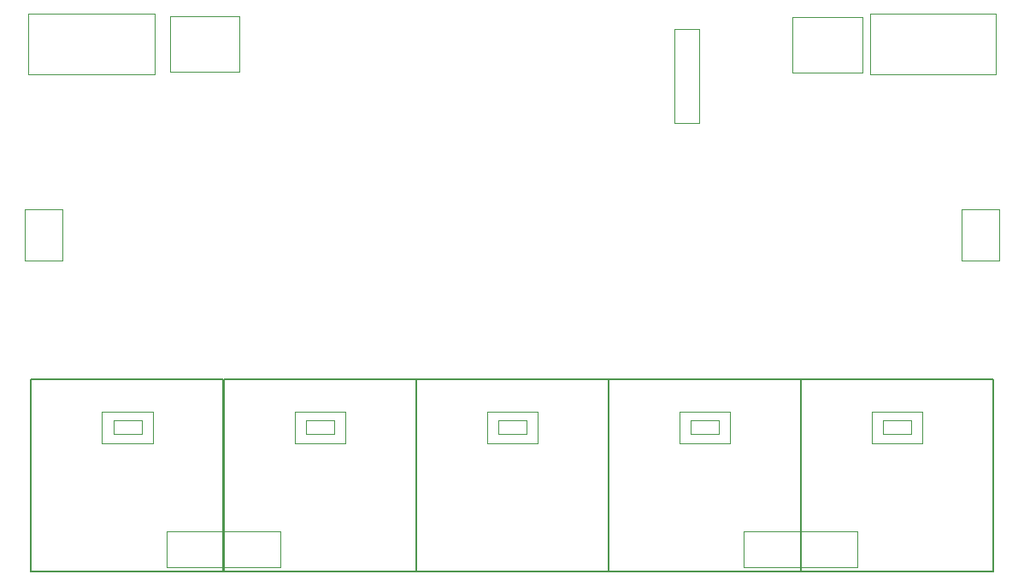
<source format=gbr>
G04 #@! TF.GenerationSoftware,KiCad,Pcbnew,(5.1.0)-1*
G04 #@! TF.CreationDate,2019-06-03T00:00:13-06:00*
G04 #@! TF.ProjectId,laser-theremin,6c617365-722d-4746-9865-72656d696e2e,rev?*
G04 #@! TF.SameCoordinates,Original*
G04 #@! TF.FileFunction,Other,User*
%FSLAX46Y46*%
G04 Gerber Fmt 4.6, Leading zero omitted, Abs format (unit mm)*
G04 Created by KiCad (PCBNEW (5.1.0)-1) date 2019-06-03 00:00:13*
%MOMM*%
%LPD*%
G04 APERTURE LIST*
%ADD10C,0.120000*%
%ADD11C,0.150000*%
%ADD12C,0.050000*%
G04 APERTURE END LIST*
D10*
X111510000Y-110520000D02*
X111510000Y-107370000D01*
X111500000Y-107370000D02*
X106500000Y-107370000D01*
X106500000Y-107390000D02*
X106500000Y-110540000D01*
X106500000Y-110540000D02*
X111500000Y-110540000D01*
D11*
X99465000Y-123195000D02*
X99465000Y-104145000D01*
X118515000Y-104145000D02*
X118515000Y-123195000D01*
X118515000Y-123195000D02*
X99465000Y-123195000D01*
X99465000Y-104145000D02*
X118515000Y-104145000D01*
D10*
X130585000Y-110540000D02*
X130585000Y-107390000D01*
X130575000Y-107390000D02*
X125575000Y-107390000D01*
X125575000Y-107410000D02*
X125575000Y-110560000D01*
X125575000Y-110560000D02*
X130575000Y-110560000D01*
D11*
X118540000Y-123215000D02*
X118540000Y-104165000D01*
X137590000Y-104165000D02*
X137590000Y-123215000D01*
X137590000Y-123215000D02*
X118540000Y-123215000D01*
X118540000Y-104165000D02*
X137590000Y-104165000D01*
D10*
X149635000Y-110540000D02*
X149635000Y-107390000D01*
X149625000Y-107390000D02*
X144625000Y-107390000D01*
X144625000Y-107410000D02*
X144625000Y-110560000D01*
X144625000Y-110560000D02*
X149625000Y-110560000D01*
D11*
X137590000Y-123215000D02*
X137590000Y-104165000D01*
X156640000Y-104165000D02*
X156640000Y-123215000D01*
X156640000Y-123215000D02*
X137590000Y-123215000D01*
X137590000Y-104165000D02*
X156640000Y-104165000D01*
D10*
X168685000Y-110540000D02*
X168685000Y-107390000D01*
X168675000Y-107390000D02*
X163675000Y-107390000D01*
X163675000Y-107410000D02*
X163675000Y-110560000D01*
X163675000Y-110560000D02*
X168675000Y-110560000D01*
D11*
X156640000Y-123215000D02*
X156640000Y-104165000D01*
X175690000Y-104165000D02*
X175690000Y-123215000D01*
X175690000Y-123215000D02*
X156640000Y-123215000D01*
X156640000Y-104165000D02*
X175690000Y-104165000D01*
D10*
X187735000Y-110540000D02*
X187735000Y-107390000D01*
X187725000Y-107390000D02*
X182725000Y-107390000D01*
X182725000Y-107410000D02*
X182725000Y-110560000D01*
X182725000Y-110560000D02*
X187725000Y-110560000D01*
D11*
X175690000Y-123215000D02*
X175690000Y-104165000D01*
X194740000Y-104165000D02*
X194740000Y-123215000D01*
X194740000Y-123215000D02*
X175690000Y-123215000D01*
X175690000Y-104165000D02*
X194740000Y-104165000D01*
D10*
X182550000Y-73980000D02*
X182550000Y-67980000D01*
X195050000Y-73980000D02*
X195050000Y-67980000D01*
X182550000Y-73980000D02*
X195050000Y-73980000D01*
X182550000Y-67980000D02*
X195050000Y-67980000D01*
X99200000Y-73980000D02*
X99200000Y-67980000D01*
X111700000Y-73980000D02*
X111700000Y-67980000D01*
X99200000Y-73980000D02*
X111700000Y-73980000D01*
X99200000Y-67980000D02*
X111700000Y-67980000D01*
X98860000Y-92420000D02*
X98860000Y-87360000D01*
X98860000Y-87360000D02*
X102560000Y-87350000D01*
X102560000Y-87350000D02*
X102560000Y-92410000D01*
X102560000Y-92410000D02*
X98860000Y-92420000D01*
X195320000Y-92410000D02*
X191620000Y-92420000D01*
X195320000Y-87350000D02*
X195320000Y-92410000D01*
X191620000Y-87360000D02*
X195320000Y-87350000D01*
X191620000Y-92420000D02*
X191620000Y-87360000D01*
D12*
X113230000Y-73700000D02*
X113230000Y-68200000D01*
X120130000Y-73700000D02*
X113230000Y-73700000D01*
X120130000Y-68200000D02*
X120130000Y-73700000D01*
X113230000Y-68200000D02*
X120130000Y-68200000D01*
X174880000Y-68270000D02*
X181780000Y-68270000D01*
X181780000Y-68270000D02*
X181780000Y-73770000D01*
X181780000Y-73770000D02*
X174880000Y-73770000D01*
X174880000Y-73770000D02*
X174880000Y-68270000D01*
X110413000Y-108215500D02*
X110413000Y-109604500D01*
X107627000Y-108215500D02*
X110413000Y-108215500D01*
X107627000Y-109604500D02*
X107627000Y-108215500D01*
X110413000Y-109604500D02*
X107627000Y-109604500D01*
X129458000Y-109604500D02*
X126672000Y-109604500D01*
X126672000Y-109604500D02*
X126672000Y-108215500D01*
X126672000Y-108215500D02*
X129458000Y-108215500D01*
X129458000Y-108215500D02*
X129458000Y-109604500D01*
X148508000Y-108215500D02*
X148508000Y-109604500D01*
X145722000Y-108215500D02*
X148508000Y-108215500D01*
X145722000Y-109604500D02*
X145722000Y-108215500D01*
X148508000Y-109604500D02*
X145722000Y-109604500D01*
X167558000Y-109604500D02*
X164772000Y-109604500D01*
X164772000Y-109604500D02*
X164772000Y-108215500D01*
X164772000Y-108215500D02*
X167558000Y-108215500D01*
X167558000Y-108215500D02*
X167558000Y-109604500D01*
X186608000Y-109604500D02*
X183822000Y-109604500D01*
X183822000Y-109604500D02*
X183822000Y-108215500D01*
X183822000Y-108215500D02*
X186608000Y-108215500D01*
X186608000Y-108215500D02*
X186608000Y-109604500D01*
X165680000Y-69490000D02*
X165680000Y-78810000D01*
X165680000Y-78810000D02*
X163180000Y-78810000D01*
X163180000Y-78810000D02*
X163180000Y-69490000D01*
X163180000Y-69490000D02*
X165680000Y-69490000D01*
X170070000Y-122840000D02*
X181270000Y-122840000D01*
X181270000Y-122840000D02*
X181270000Y-119240000D01*
X181270000Y-119240000D02*
X170070000Y-119240000D01*
X170070000Y-119240000D02*
X170070000Y-122840000D01*
X112930000Y-119250000D02*
X112930000Y-122850000D01*
X124130000Y-119250000D02*
X112930000Y-119250000D01*
X124130000Y-122850000D02*
X124130000Y-119250000D01*
X112930000Y-122850000D02*
X124130000Y-122850000D01*
M02*

</source>
